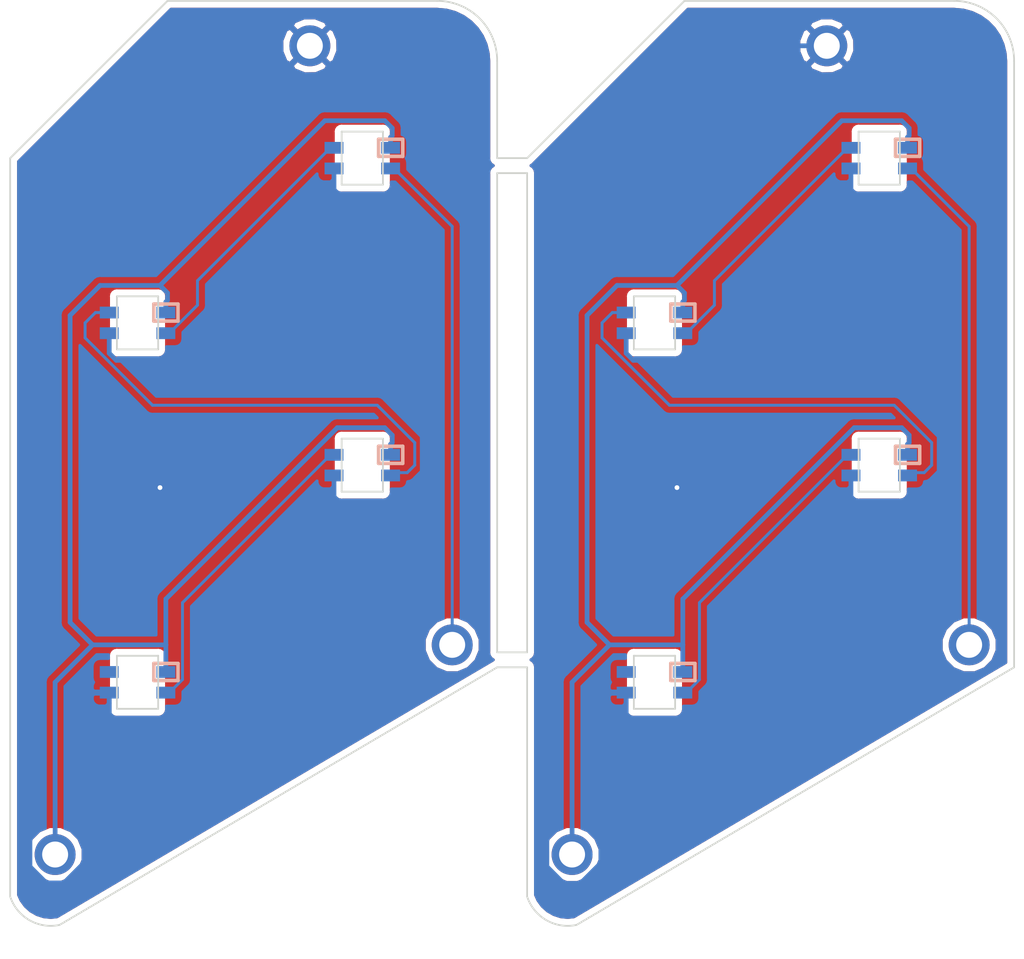
<source format=kicad_pcb>
(kicad_pcb (version 20171130) (host pcbnew 5.0.2-bee76a0~70~ubuntu18.04.1)

  (general
    (thickness 1.6)
    (drawings 24)
    (tracks 151)
    (zones 0)
    (modules 14)
    (nets 8)
  )

  (page A4)
  (layers
    (0 F.Cu signal)
    (31 B.Cu signal)
    (32 B.Adhes user)
    (33 F.Adhes user)
    (34 B.Paste user)
    (35 F.Paste user)
    (36 B.SilkS user)
    (37 F.SilkS user)
    (38 B.Mask user)
    (39 F.Mask user hide)
    (40 Dwgs.User user)
    (41 Cmts.User user)
    (42 Eco1.User user)
    (43 Eco2.User user)
    (44 Edge.Cuts user)
    (45 Margin user)
    (46 B.CrtYd user)
    (47 F.CrtYd user)
    (48 B.Fab user)
    (49 F.Fab user)
  )

  (setup
    (last_trace_width 0.25)
    (trace_clearance 0.2)
    (zone_clearance 0.508)
    (zone_45_only no)
    (trace_min 0.2)
    (segment_width 0.2)
    (edge_width 0.15)
    (via_size 0.8)
    (via_drill 0.4)
    (via_min_size 0.4)
    (via_min_drill 0.3)
    (uvia_size 0.3)
    (uvia_drill 0.1)
    (uvias_allowed no)
    (uvia_min_size 0.2)
    (uvia_min_drill 0.1)
    (pcb_text_width 0.3)
    (pcb_text_size 1.5 1.5)
    (mod_edge_width 0.15)
    (mod_text_size 1 1)
    (mod_text_width 0.15)
    (pad_size 3.47 3.47)
    (pad_drill 2.2)
    (pad_to_mask_clearance 0.051)
    (solder_mask_min_width 0.25)
    (aux_axis_origin 0 0)
    (grid_origin 135.255 20.955)
    (visible_elements FFFFF7FF)
    (pcbplotparams
      (layerselection 0x010fc_ffffffff)
      (usegerberextensions true)
      (usegerberattributes false)
      (usegerberadvancedattributes false)
      (creategerberjobfile false)
      (excludeedgelayer true)
      (linewidth 0.100000)
      (plotframeref false)
      (viasonmask false)
      (mode 1)
      (useauxorigin false)
      (hpglpennumber 1)
      (hpglpenspeed 20)
      (hpglpendiameter 15.000000)
      (psnegative false)
      (psa4output false)
      (plotreference true)
      (plotvalue true)
      (plotinvisibletext false)
      (padsonsilk false)
      (subtractmaskfromsilk false)
      (outputformat 1)
      (mirror false)
      (drillshape 0)
      (scaleselection 1)
      (outputdirectory "garber"))
  )

  (net 0 "")
  (net 1 VCC)
  (net 2 LED)
  (net 3 "Net-(L1-Pad1)")
  (net 4 GND)
  (net 5 "Net-(L2-Pad1)")
  (net 6 "Net-(L3-Pad1)")
  (net 7 "Net-(L4-Pad1)")

  (net_class Default "これはデフォルトのネット クラスです。"
    (clearance 0.2)
    (trace_width 0.25)
    (via_dia 0.8)
    (via_drill 0.4)
    (uvia_dia 0.3)
    (uvia_drill 0.1)
    (add_net LED)
    (add_net "Net-(L1-Pad1)")
    (add_net "Net-(L2-Pad1)")
    (add_net "Net-(L3-Pad1)")
    (add_net "Net-(L4-Pad1)")
  )

  (net_class POWER ""
    (clearance 0.2)
    (trace_width 0.4)
    (via_dia 0.8)
    (via_drill 0.4)
    (uvia_dia 0.3)
    (uvia_drill 0.1)
    (add_net GND)
    (add_net VCC)
  )

  (module keebio_parts:SolidCopper (layer F.Cu) (tedit 5D2E103C) (tstamp 5D35C4BA)
    (at 103.505 93.345)
    (descr "Mounting Hole 2.2mm, M2")
    (tags "mounting hole 2.2mm m2")
    (path /5CF4ED45)
    (fp_text reference J4 (at 0 -3.2) (layer F.SilkS) hide
      (effects (font (size 1 1) (thickness 0.15)))
    )
    (fp_text value Conn_01x01 (at 0 3.2) (layer F.Fab)
      (effects (font (size 1 1) (thickness 0.15)))
    )
    (fp_circle (center 0 0) (end 2.2 0) (layer Cmts.User) (width 0.15))
    (fp_circle (center 0 0) (end 2.45 0) (layer F.CrtYd) (width 0.05))
    (pad 1 thru_hole circle (at 0 0) (size 3.47 3.47) (drill 2.2) (layers *.Cu *.Mask)
      (net 1 VCC))
  )

  (module keebio_parts:SolidCopper (layer F.Cu) (tedit 5CF02416) (tstamp 5D35C4C0)
    (at 125.095 24.765)
    (descr "Mounting Hole 2.2mm, M2")
    (tags "mounting hole 2.2mm m2")
    (path /5CF48BCC)
    (fp_text reference J5 (at 0 -3.2) (layer F.SilkS) hide
      (effects (font (size 1 1) (thickness 0.15)))
    )
    (fp_text value Conn_01x01 (at 0 3.2) (layer F.Fab)
      (effects (font (size 1 1) (thickness 0.15)))
    )
    (fp_circle (center 0 0) (end 2.2 0) (layer Cmts.User) (width 0.15))
    (fp_circle (center 0 0) (end 2.45 0) (layer F.CrtYd) (width 0.05))
    (pad 1 thru_hole circle (at 0 0) (size 3.47 3.47) (drill 2.2) (layers *.Cu *.Mask)
      (net 4 GND))
  )

  (module keebio_parts:SolidCopper (layer F.Cu) (tedit 5D2E0FDC) (tstamp 5D35C4C8)
    (at 137.16 75.565)
    (descr "Mounting Hole 2.2mm, M2")
    (tags "mounting hole 2.2mm m2")
    (path /5CF2363A)
    (fp_text reference J3 (at 0 -3.2) (layer F.SilkS) hide
      (effects (font (size 1 1) (thickness 0.15)))
    )
    (fp_text value Conn_01x01 (at 0 3.2) (layer F.Fab)
      (effects (font (size 1 1) (thickness 0.15)))
    )
    (fp_circle (center 0 0) (end 2.45 0) (layer F.CrtYd) (width 0.05))
    (fp_circle (center 0 0) (end 2.2 0) (layer Cmts.User) (width 0.15))
    (pad 1 thru_hole circle (at 0 0) (size 3.47 3.47) (drill 2.2) (layers *.Cu *.Mask)
      (net 2 LED))
  )

  (module kbd:SK6812MINI (layer F.Cu) (tedit 5D010600) (tstamp 5D35C459)
    (at 110.49 78.74)
    (path /5CEE2FA8)
    (fp_text reference L4 (at 0 -2.5) (layer F.SilkS) hide
      (effects (font (size 1 1) (thickness 0.15)))
    )
    (fp_text value SK6812MINI (at -0.3 0) (layer F.Fab) hide
      (effects (font (size 1 1) (thickness 0.15)))
    )
    (fp_line (start -1.75 -2.25) (end -1.75 2.25) (layer Edge.Cuts) (width 0.15))
    (fp_line (start 1.75 -2.25) (end 1.75 2.25) (layer Edge.Cuts) (width 0.15))
    (fp_line (start -1.75 -2.25) (end 1.75 -2.25) (layer Edge.Cuts) (width 0.15))
    (fp_line (start 1.75 2.25) (end -1.75 2.25) (layer Edge.Cuts) (width 0.15))
    (fp_line (start 3.43 -1.6) (end 3.43 -0.15) (layer B.SilkS) (width 0.3))
    (fp_line (start 3.43 -0.15) (end 1.38 -0.15) (layer B.SilkS) (width 0.3))
    (fp_line (start 1.38 -0.15) (end 1.38 -1.6) (layer B.SilkS) (width 0.3))
    (fp_line (start 1.38 -1.6) (end 3.43 -1.6) (layer B.SilkS) (width 0.3))
    (pad 2 smd rect (at -2.4 0.875) (size 1.6 1) (layers B.Cu B.Paste B.Mask)
      (net 4 GND))
    (pad 1 smd rect (at -2.4 -0.875) (size 1.6 1) (layers B.Cu B.Paste B.Mask)
      (net 7 "Net-(L4-Pad1)"))
    (pad 4 smd rect (at 2.4 -0.875) (size 1.6 1) (layers B.Cu B.Paste B.Mask)
      (net 1 VCC))
    (pad 3 smd rect (at 2.4 0.875) (size 1.6 1) (layers B.Cu B.Paste B.Mask)
      (net 6 "Net-(L3-Pad1)"))
  )

  (module kbd:SK6812MINI (layer F.Cu) (tedit 5D010600) (tstamp 5CED89CF)
    (at 66.675 48.26)
    (path /5CEE27B9)
    (fp_text reference L2 (at 0 -2.5) (layer F.SilkS) hide
      (effects (font (size 1 1) (thickness 0.15)))
    )
    (fp_text value SK6812MINI (at -0.3 0) (layer F.Fab) hide
      (effects (font (size 1 1) (thickness 0.15)))
    )
    (fp_line (start 1.38 -1.6) (end 3.43 -1.6) (layer B.SilkS) (width 0.3))
    (fp_line (start 1.38 -0.15) (end 1.38 -1.6) (layer B.SilkS) (width 0.3))
    (fp_line (start 3.43 -0.15) (end 1.38 -0.15) (layer B.SilkS) (width 0.3))
    (fp_line (start 3.43 -1.6) (end 3.43 -0.15) (layer B.SilkS) (width 0.3))
    (fp_line (start 1.75 2.25) (end -1.75 2.25) (layer Edge.Cuts) (width 0.15))
    (fp_line (start -1.75 -2.25) (end 1.75 -2.25) (layer Edge.Cuts) (width 0.15))
    (fp_line (start 1.75 -2.25) (end 1.75 2.25) (layer Edge.Cuts) (width 0.15))
    (fp_line (start -1.75 -2.25) (end -1.75 2.25) (layer Edge.Cuts) (width 0.15))
    (pad 3 smd rect (at 2.4 0.875) (size 1.6 1) (layers B.Cu B.Paste B.Mask)
      (net 3 "Net-(L1-Pad1)"))
    (pad 4 smd rect (at 2.4 -0.875) (size 1.6 1) (layers B.Cu B.Paste B.Mask)
      (net 1 VCC))
    (pad 1 smd rect (at -2.4 -0.875) (size 1.6 1) (layers B.Cu B.Paste B.Mask)
      (net 5 "Net-(L2-Pad1)"))
    (pad 2 smd rect (at -2.4 0.875) (size 1.6 1) (layers B.Cu B.Paste B.Mask)
      (net 4 GND))
  )

  (module keebio_parts:SolidCopper (layer F.Cu) (tedit 5D2E103C) (tstamp 5CF23538)
    (at 59.69 93.345)
    (descr "Mounting Hole 2.2mm, M2")
    (tags "mounting hole 2.2mm m2")
    (path /5CF4ED45)
    (fp_text reference J4 (at 0 -3.2) (layer F.SilkS) hide
      (effects (font (size 1 1) (thickness 0.15)))
    )
    (fp_text value Conn_01x01 (at 0 3.2) (layer F.Fab)
      (effects (font (size 1 1) (thickness 0.15)))
    )
    (fp_circle (center 0 0) (end 2.45 0) (layer F.CrtYd) (width 0.05))
    (fp_circle (center 0 0) (end 2.2 0) (layer Cmts.User) (width 0.15))
    (pad 1 thru_hole circle (at 0 0) (size 3.47 3.47) (drill 2.2) (layers *.Cu *.Mask)
      (net 1 VCC))
  )

  (module keebio_parts:SolidCopper (layer F.Cu) (tedit 5CF02416) (tstamp 5CF2D47A)
    (at 81.28 24.765)
    (descr "Mounting Hole 2.2mm, M2")
    (tags "mounting hole 2.2mm m2")
    (path /5CF48BCC)
    (fp_text reference J5 (at 0 -3.2) (layer F.SilkS) hide
      (effects (font (size 1 1) (thickness 0.15)))
    )
    (fp_text value Conn_01x01 (at 0 3.2) (layer F.Fab)
      (effects (font (size 1 1) (thickness 0.15)))
    )
    (fp_circle (center 0 0) (end 2.45 0) (layer F.CrtYd) (width 0.05))
    (fp_circle (center 0 0) (end 2.2 0) (layer Cmts.User) (width 0.15))
    (pad 1 thru_hole circle (at 0 0) (size 3.47 3.47) (drill 2.2) (layers *.Cu *.Mask)
      (net 4 GND))
  )

  (module keebio_parts:SolidCopper (layer F.Cu) (tedit 5D2E0FDC) (tstamp 5CF34377)
    (at 93.345 75.565)
    (descr "Mounting Hole 2.2mm, M2")
    (tags "mounting hole 2.2mm m2")
    (path /5CF2363A)
    (fp_text reference J3 (at 0 -3.2) (layer F.SilkS) hide
      (effects (font (size 1 1) (thickness 0.15)))
    )
    (fp_text value Conn_01x01 (at 0 3.2) (layer F.Fab)
      (effects (font (size 1 1) (thickness 0.15)))
    )
    (fp_circle (center 0 0) (end 2.2 0) (layer Cmts.User) (width 0.15))
    (fp_circle (center 0 0) (end 2.45 0) (layer F.CrtYd) (width 0.05))
    (pad 1 thru_hole circle (at 0 0) (size 3.47 3.47) (drill 2.2) (layers *.Cu *.Mask)
      (net 2 LED))
  )

  (module kbd:SK6812MINI (layer F.Cu) (tedit 5D010600) (tstamp 5CED89E7)
    (at 85.725 60.325)
    (path /5CEE2FA1)
    (fp_text reference L3 (at 0 -2.5) (layer F.SilkS) hide
      (effects (font (size 1 1) (thickness 0.15)))
    )
    (fp_text value SK6812MINI (at -0.3 0) (layer F.Fab) hide
      (effects (font (size 1 1) (thickness 0.15)))
    )
    (fp_line (start 1.38 -1.6) (end 3.43 -1.6) (layer B.SilkS) (width 0.3))
    (fp_line (start 1.38 -0.15) (end 1.38 -1.6) (layer B.SilkS) (width 0.3))
    (fp_line (start 3.43 -0.15) (end 1.38 -0.15) (layer B.SilkS) (width 0.3))
    (fp_line (start 3.43 -1.6) (end 3.43 -0.15) (layer B.SilkS) (width 0.3))
    (fp_line (start 1.75 2.25) (end -1.75 2.25) (layer Edge.Cuts) (width 0.15))
    (fp_line (start -1.75 -2.25) (end 1.75 -2.25) (layer Edge.Cuts) (width 0.15))
    (fp_line (start 1.75 -2.25) (end 1.75 2.25) (layer Edge.Cuts) (width 0.15))
    (fp_line (start -1.75 -2.25) (end -1.75 2.25) (layer Edge.Cuts) (width 0.15))
    (pad 3 smd rect (at 2.4 0.875) (size 1.6 1) (layers B.Cu B.Paste B.Mask)
      (net 5 "Net-(L2-Pad1)"))
    (pad 4 smd rect (at 2.4 -0.875) (size 1.6 1) (layers B.Cu B.Paste B.Mask)
      (net 1 VCC))
    (pad 1 smd rect (at -2.4 -0.875) (size 1.6 1) (layers B.Cu B.Paste B.Mask)
      (net 6 "Net-(L3-Pad1)"))
    (pad 2 smd rect (at -2.4 0.875) (size 1.6 1) (layers B.Cu B.Paste B.Mask)
      (net 4 GND))
  )

  (module kbd:SK6812MINI (layer F.Cu) (tedit 5D010600) (tstamp 5D35C506)
    (at 129.54 34.29)
    (path /5CEE264F)
    (fp_text reference L1 (at 0 -2.5) (layer F.SilkS) hide
      (effects (font (size 1 1) (thickness 0.15)))
    )
    (fp_text value SK6812MINI (at -0.3 0) (layer F.Fab) hide
      (effects (font (size 1 1) (thickness 0.15)))
    )
    (fp_line (start -1.75 -2.25) (end -1.75 2.25) (layer Edge.Cuts) (width 0.15))
    (fp_line (start 1.75 -2.25) (end 1.75 2.25) (layer Edge.Cuts) (width 0.15))
    (fp_line (start -1.75 -2.25) (end 1.75 -2.25) (layer Edge.Cuts) (width 0.15))
    (fp_line (start 1.75 2.25) (end -1.75 2.25) (layer Edge.Cuts) (width 0.15))
    (fp_line (start 3.43 -1.6) (end 3.43 -0.15) (layer B.SilkS) (width 0.3))
    (fp_line (start 3.43 -0.15) (end 1.38 -0.15) (layer B.SilkS) (width 0.3))
    (fp_line (start 1.38 -0.15) (end 1.38 -1.6) (layer B.SilkS) (width 0.3))
    (fp_line (start 1.38 -1.6) (end 3.43 -1.6) (layer B.SilkS) (width 0.3))
    (pad 2 smd rect (at -2.4 0.875) (size 1.6 1) (layers B.Cu B.Paste B.Mask)
      (net 4 GND))
    (pad 1 smd rect (at -2.4 -0.875) (size 1.6 1) (layers B.Cu B.Paste B.Mask)
      (net 3 "Net-(L1-Pad1)"))
    (pad 4 smd rect (at 2.4 -0.875) (size 1.6 1) (layers B.Cu B.Paste B.Mask)
      (net 1 VCC))
    (pad 3 smd rect (at 2.4 0.875) (size 1.6 1) (layers B.Cu B.Paste B.Mask)
      (net 2 LED))
  )

  (module kbd:SK6812MINI (layer F.Cu) (tedit 5D010600) (tstamp 5CED89B7)
    (at 85.725 34.29)
    (path /5CEE264F)
    (fp_text reference L1 (at 0 -2.5) (layer F.SilkS) hide
      (effects (font (size 1 1) (thickness 0.15)))
    )
    (fp_text value SK6812MINI (at -0.3 0) (layer F.Fab) hide
      (effects (font (size 1 1) (thickness 0.15)))
    )
    (fp_line (start 1.38 -1.6) (end 3.43 -1.6) (layer B.SilkS) (width 0.3))
    (fp_line (start 1.38 -0.15) (end 1.38 -1.6) (layer B.SilkS) (width 0.3))
    (fp_line (start 3.43 -0.15) (end 1.38 -0.15) (layer B.SilkS) (width 0.3))
    (fp_line (start 3.43 -1.6) (end 3.43 -0.15) (layer B.SilkS) (width 0.3))
    (fp_line (start 1.75 2.25) (end -1.75 2.25) (layer Edge.Cuts) (width 0.15))
    (fp_line (start -1.75 -2.25) (end 1.75 -2.25) (layer Edge.Cuts) (width 0.15))
    (fp_line (start 1.75 -2.25) (end 1.75 2.25) (layer Edge.Cuts) (width 0.15))
    (fp_line (start -1.75 -2.25) (end -1.75 2.25) (layer Edge.Cuts) (width 0.15))
    (pad 3 smd rect (at 2.4 0.875) (size 1.6 1) (layers B.Cu B.Paste B.Mask)
      (net 2 LED))
    (pad 4 smd rect (at 2.4 -0.875) (size 1.6 1) (layers B.Cu B.Paste B.Mask)
      (net 1 VCC))
    (pad 1 smd rect (at -2.4 -0.875) (size 1.6 1) (layers B.Cu B.Paste B.Mask)
      (net 3 "Net-(L1-Pad1)"))
    (pad 2 smd rect (at -2.4 0.875) (size 1.6 1) (layers B.Cu B.Paste B.Mask)
      (net 4 GND))
  )

  (module kbd:SK6812MINI (layer F.Cu) (tedit 5D010600) (tstamp 5D35C410)
    (at 129.54 60.325)
    (path /5CEE2FA1)
    (fp_text reference L3 (at 0 -2.5) (layer F.SilkS) hide
      (effects (font (size 1 1) (thickness 0.15)))
    )
    (fp_text value SK6812MINI (at -0.3 0) (layer F.Fab) hide
      (effects (font (size 1 1) (thickness 0.15)))
    )
    (fp_line (start -1.75 -2.25) (end -1.75 2.25) (layer Edge.Cuts) (width 0.15))
    (fp_line (start 1.75 -2.25) (end 1.75 2.25) (layer Edge.Cuts) (width 0.15))
    (fp_line (start -1.75 -2.25) (end 1.75 -2.25) (layer Edge.Cuts) (width 0.15))
    (fp_line (start 1.75 2.25) (end -1.75 2.25) (layer Edge.Cuts) (width 0.15))
    (fp_line (start 3.43 -1.6) (end 3.43 -0.15) (layer B.SilkS) (width 0.3))
    (fp_line (start 3.43 -0.15) (end 1.38 -0.15) (layer B.SilkS) (width 0.3))
    (fp_line (start 1.38 -0.15) (end 1.38 -1.6) (layer B.SilkS) (width 0.3))
    (fp_line (start 1.38 -1.6) (end 3.43 -1.6) (layer B.SilkS) (width 0.3))
    (pad 2 smd rect (at -2.4 0.875) (size 1.6 1) (layers B.Cu B.Paste B.Mask)
      (net 4 GND))
    (pad 1 smd rect (at -2.4 -0.875) (size 1.6 1) (layers B.Cu B.Paste B.Mask)
      (net 6 "Net-(L3-Pad1)"))
    (pad 4 smd rect (at 2.4 -0.875) (size 1.6 1) (layers B.Cu B.Paste B.Mask)
      (net 1 VCC))
    (pad 3 smd rect (at 2.4 0.875) (size 1.6 1) (layers B.Cu B.Paste B.Mask)
      (net 5 "Net-(L2-Pad1)"))
  )

  (module kbd:SK6812MINI (layer F.Cu) (tedit 5D010600) (tstamp 5CED89FF)
    (at 66.675 78.74)
    (path /5CEE2FA8)
    (fp_text reference L4 (at 0 -2.5) (layer F.SilkS) hide
      (effects (font (size 1 1) (thickness 0.15)))
    )
    (fp_text value SK6812MINI (at -0.3 0) (layer F.Fab) hide
      (effects (font (size 1 1) (thickness 0.15)))
    )
    (fp_line (start 1.38 -1.6) (end 3.43 -1.6) (layer B.SilkS) (width 0.3))
    (fp_line (start 1.38 -0.15) (end 1.38 -1.6) (layer B.SilkS) (width 0.3))
    (fp_line (start 3.43 -0.15) (end 1.38 -0.15) (layer B.SilkS) (width 0.3))
    (fp_line (start 3.43 -1.6) (end 3.43 -0.15) (layer B.SilkS) (width 0.3))
    (fp_line (start 1.75 2.25) (end -1.75 2.25) (layer Edge.Cuts) (width 0.15))
    (fp_line (start -1.75 -2.25) (end 1.75 -2.25) (layer Edge.Cuts) (width 0.15))
    (fp_line (start 1.75 -2.25) (end 1.75 2.25) (layer Edge.Cuts) (width 0.15))
    (fp_line (start -1.75 -2.25) (end -1.75 2.25) (layer Edge.Cuts) (width 0.15))
    (pad 3 smd rect (at 2.4 0.875) (size 1.6 1) (layers B.Cu B.Paste B.Mask)
      (net 6 "Net-(L3-Pad1)"))
    (pad 4 smd rect (at 2.4 -0.875) (size 1.6 1) (layers B.Cu B.Paste B.Mask)
      (net 1 VCC))
    (pad 1 smd rect (at -2.4 -0.875) (size 1.6 1) (layers B.Cu B.Paste B.Mask)
      (net 7 "Net-(L4-Pad1)"))
    (pad 2 smd rect (at -2.4 0.875) (size 1.6 1) (layers B.Cu B.Paste B.Mask)
      (net 4 GND))
  )

  (module kbd:SK6812MINI (layer F.Cu) (tedit 5D010600) (tstamp 5D35C41F)
    (at 110.49 48.26)
    (path /5CEE27B9)
    (fp_text reference L2 (at 0 -2.5) (layer F.SilkS) hide
      (effects (font (size 1 1) (thickness 0.15)))
    )
    (fp_text value SK6812MINI (at -0.3 0) (layer F.Fab) hide
      (effects (font (size 1 1) (thickness 0.15)))
    )
    (fp_line (start -1.75 -2.25) (end -1.75 2.25) (layer Edge.Cuts) (width 0.15))
    (fp_line (start 1.75 -2.25) (end 1.75 2.25) (layer Edge.Cuts) (width 0.15))
    (fp_line (start -1.75 -2.25) (end 1.75 -2.25) (layer Edge.Cuts) (width 0.15))
    (fp_line (start 1.75 2.25) (end -1.75 2.25) (layer Edge.Cuts) (width 0.15))
    (fp_line (start 3.43 -1.6) (end 3.43 -0.15) (layer B.SilkS) (width 0.3))
    (fp_line (start 3.43 -0.15) (end 1.38 -0.15) (layer B.SilkS) (width 0.3))
    (fp_line (start 1.38 -0.15) (end 1.38 -1.6) (layer B.SilkS) (width 0.3))
    (fp_line (start 1.38 -1.6) (end 3.43 -1.6) (layer B.SilkS) (width 0.3))
    (pad 2 smd rect (at -2.4 0.875) (size 1.6 1) (layers B.Cu B.Paste B.Mask)
      (net 4 GND))
    (pad 1 smd rect (at -2.4 -0.875) (size 1.6 1) (layers B.Cu B.Paste B.Mask)
      (net 5 "Net-(L2-Pad1)"))
    (pad 4 smd rect (at 2.4 -0.875) (size 1.6 1) (layers B.Cu B.Paste B.Mask)
      (net 1 VCC))
    (pad 3 smd rect (at 2.4 0.875) (size 1.6 1) (layers B.Cu B.Paste B.Mask)
      (net 3 "Net-(L1-Pad1)"))
  )

  (gr_line (start 97.155 76.2) (end 99.695 76.2) (layer Edge.Cuts) (width 0.15))
  (gr_line (start 97.155 35.56) (end 99.695 35.56) (layer Edge.Cuts) (width 0.15))
  (gr_line (start 99.695 77.47) (end 97.155 77.47) (layer Edge.Cuts) (width 0.15))
  (gr_line (start 97.155 34.29) (end 99.695 34.29) (layer Edge.Cuts) (width 0.15))
  (gr_line (start 97.155 35.56) (end 97.155 76.2) (layer Edge.Cuts) (width 0.15) (tstamp 5D35ECD0))
  (gr_line (start 99.695 76.2) (end 99.695 35.56) (layer Edge.Cuts) (width 0.15) (tstamp 5D35ECC4))
  (gr_line (start 99.695 34.29) (end 113.03 20.955) (layer Edge.Cuts) (width 0.15) (tstamp 5D35C4CF))
  (gr_line (start 113.03 20.955) (end 135.89 20.955) (layer Edge.Cuts) (width 0.15) (tstamp 5D35C4CE))
  (gr_line (start 140.97 26.035) (end 140.97 77.47) (layer Edge.Cuts) (width 0.15) (tstamp 5D35C4B8))
  (gr_arc (start 135.89 26.035) (end 140.97 26.035) (angle -90) (layer Edge.Cuts) (width 0.15) (tstamp 5D35C4A7))
  (gr_line (start 140.97 77.47) (end 103.886 99.314) (layer Edge.Cuts) (width 0.15) (tstamp 5D35C49B))
  (gr_arc (start 103.128661 95.779749) (end 99.699661 96.922749) (angle -83.65980825) (layer Edge.Cuts) (width 0.15) (tstamp 5D35C454))
  (gr_line (start 99.695 96.901) (end 99.695 77.47) (layer Edge.Cuts) (width 0.15) (tstamp 5D35C404))
  (gr_arc (start 92.075 26.035) (end 97.155 26.035) (angle -90) (layer Edge.Cuts) (width 0.15))
  (gr_arc (start 59.313661 95.779749) (end 55.884661 96.922749) (angle -83.65980825) (layer Edge.Cuts) (width 0.15))
  (gr_line (start 97.155 77.47) (end 60.071 99.314) (layer Edge.Cuts) (width 0.15) (tstamp 5D2E91DF))
  (gr_line (start 97.155 26.035) (end 97.155 34.29) (layer Edge.Cuts) (width 0.15) (tstamp 5D2E1596))
  (gr_line (start 55.88 96.901) (end 55.88 34.29) (layer Edge.Cuts) (width 0.15))
  (gr_line (start 69.215 20.955) (end 92.075 20.955) (layer Edge.Cuts) (width 0.15))
  (gr_line (start 55.88 34.29) (end 69.215 20.955) (layer Edge.Cuts) (width 0.15))
  (gr_poly (pts (xy 97.155 20.955) (xy 97.155 77.47) (xy 55.88 102.235) (xy 55.88 34.29) (xy 69.215 20.955)) (layer F.Mask) (width 0.15))
  (gr_poly (pts (xy 99.695 102.235) (xy 140.97 77.47) (xy 140.97 20.955) (xy 113.03 20.955) (xy 99.695 34.29)) (layer F.Mask) (width 0.15))
  (gr_poly (pts (xy 99.695 105.41) (xy 99.695 161.925) (xy 140.97 186.69) (xy 140.97 118.745) (xy 127.635 105.41)) (layer F.Mask) (width 0.15))
  (gr_poly (pts (xy 55.88 105.41) (xy 55.88 161.925) (xy 97.155 186.69) (xy 97.155 118.745) (xy 83.82 105.41)) (layer F.Mask) (width 0.15))

  (segment (start 103.505 93.345) (end 103.505 78.74) (width 0.4) (layer B.Cu) (net 1) (tstamp 5D35C46B))
  (segment (start 112.395 45.085) (end 107.315 45.085) (width 0.4) (layer B.Cu) (net 1) (tstamp 5D35C468))
  (segment (start 104.775 73.66) (end 106.68 75.565) (width 0.4) (layer B.Cu) (net 1) (tstamp 5D35C458))
  (segment (start 132.08 31.75) (end 131.445 31.115) (width 0.4) (layer B.Cu) (net 1) (tstamp 5D35C455))
  (segment (start 131.445 31.115) (end 126.365 31.115) (width 0.4) (layer B.Cu) (net 1) (tstamp 5D35C451))
  (segment (start 112.89 47.385) (end 112.89 46.485) (width 0.4) (layer B.Cu) (net 1) (tstamp 5D35C4F3))
  (segment (start 131.94 33.415) (end 131.94 32.515) (width 0.4) (layer B.Cu) (net 1) (tstamp 5D35C4B7))
  (segment (start 131.94 58.55) (end 132.08 58.41) (width 0.4) (layer B.Cu) (net 1) (tstamp 5D35C4B5))
  (segment (start 112.89 76.965) (end 112.89 77.865) (width 0.4) (layer B.Cu) (net 1) (tstamp 5D35C4B2))
  (segment (start 113.03 46.345) (end 113.03 45.72) (width 0.4) (layer B.Cu) (net 1) (tstamp 5D35C44F))
  (segment (start 112.89 71.679998) (end 112.89 75.565) (width 0.4) (layer B.Cu) (net 1) (tstamp 5D35C44E))
  (segment (start 132.08 58.41) (end 132.08 57.785) (width 0.4) (layer B.Cu) (net 1) (tstamp 5D35C449))
  (segment (start 126.365 31.115) (end 112.395 45.085) (width 0.4) (layer B.Cu) (net 1) (tstamp 5D35C448))
  (segment (start 127.635 57.15) (end 127.419998 57.15) (width 0.4) (layer B.Cu) (net 1) (tstamp 5D35C440))
  (segment (start 131.94 32.515) (end 132.08 32.375) (width 0.4) (layer B.Cu) (net 1) (tstamp 5D35C43F))
  (segment (start 132.08 57.785) (end 131.445 57.15) (width 0.4) (layer B.Cu) (net 1) (tstamp 5D35C439))
  (segment (start 127.419998 57.15) (end 112.89 71.679998) (width 0.4) (layer B.Cu) (net 1) (tstamp 5D35C40A))
  (segment (start 113.03 45.72) (end 112.395 45.085) (width 0.4) (layer B.Cu) (net 1) (tstamp 5D35C406))
  (segment (start 104.775 47.625) (end 104.775 73.66) (width 0.4) (layer B.Cu) (net 1) (tstamp 5D35C403))
  (segment (start 103.505 78.74) (end 106.68 75.565) (width 0.4) (layer B.Cu) (net 1) (tstamp 5D35C4A6))
  (segment (start 131.445 57.15) (end 127.635 57.15) (width 0.4) (layer B.Cu) (net 1) (tstamp 5D35C4A5))
  (segment (start 131.94 59.45) (end 131.94 58.55) (width 0.4) (layer B.Cu) (net 1) (tstamp 5D35C4A2))
  (segment (start 112.89 46.485) (end 113.03 46.345) (width 0.4) (layer B.Cu) (net 1) (tstamp 5D35C4A1))
  (segment (start 69.075 47.385) (end 69.075 46.485) (width 0.4) (layer B.Cu) (net 1))
  (segment (start 69.075 46.485) (end 69.215 46.345) (width 0.4) (layer B.Cu) (net 1))
  (segment (start 60.96 47.625) (end 60.96 73.66) (width 0.4) (layer B.Cu) (net 1))
  (segment (start 60.96 73.66) (end 62.865 75.565) (width 0.4) (layer B.Cu) (net 1))
  (segment (start 69.075 75.565) (end 69.075 76.965) (width 0.4) (layer B.Cu) (net 1))
  (segment (start 69.075 71.679998) (end 69.075 75.565) (width 0.4) (layer B.Cu) (net 1))
  (segment (start 62.865 75.565) (end 69.075 75.565) (width 0.4) (layer B.Cu) (net 1))
  (segment (start 59.69 78.74) (end 62.865 75.565) (width 0.4) (layer B.Cu) (net 1))
  (segment (start 88.265 32.375) (end 88.265 31.75) (width 0.4) (layer B.Cu) (net 1))
  (segment (start 82.55 31.115) (end 68.58 45.085) (width 0.4) (layer B.Cu) (net 1))
  (segment (start 88.265 31.75) (end 87.63 31.115) (width 0.4) (layer B.Cu) (net 1))
  (segment (start 87.63 31.115) (end 82.55 31.115) (width 0.4) (layer B.Cu) (net 1))
  (segment (start 68.58 45.085) (end 63.5 45.085) (width 0.4) (layer B.Cu) (net 1))
  (segment (start 63.5 45.085) (end 60.96 47.625) (width 0.4) (layer B.Cu) (net 1))
  (segment (start 69.215 45.72) (end 68.58 45.085) (width 0.4) (layer B.Cu) (net 1))
  (segment (start 69.215 46.345) (end 69.215 45.72) (width 0.4) (layer B.Cu) (net 1))
  (segment (start 88.265 57.785) (end 87.63 57.15) (width 0.4) (layer B.Cu) (net 1))
  (segment (start 88.265 58.41) (end 88.265 57.785) (width 0.4) (layer B.Cu) (net 1))
  (segment (start 88.125 59.45) (end 88.125 58.55) (width 0.4) (layer B.Cu) (net 1))
  (segment (start 132.08 32.375) (end 132.08 31.75) (width 0.4) (layer B.Cu) (net 1) (tstamp 5D35C527))
  (segment (start 112.89 75.565) (end 112.89 76.965) (width 0.4) (layer B.Cu) (net 1) (tstamp 5D35C515))
  (segment (start 107.315 45.085) (end 104.775 47.625) (width 0.4) (layer B.Cu) (net 1) (tstamp 5D35C503))
  (segment (start 106.68 75.565) (end 112.89 75.565) (width 0.4) (layer B.Cu) (net 1) (tstamp 5D35C4F5))
  (segment (start 88.125 32.515) (end 88.265 32.375) (width 0.4) (layer B.Cu) (net 1))
  (segment (start 88.125 33.415) (end 88.125 32.515) (width 0.4) (layer B.Cu) (net 1))
  (segment (start 87.63 57.15) (end 83.82 57.15) (width 0.4) (layer B.Cu) (net 1))
  (segment (start 59.69 93.345) (end 59.69 78.74) (width 0.4) (layer B.Cu) (net 1))
  (segment (start 88.125 58.55) (end 88.265 58.41) (width 0.4) (layer B.Cu) (net 1))
  (segment (start 83.82 57.15) (end 83.604998 57.15) (width 0.4) (layer B.Cu) (net 1))
  (segment (start 83.604998 57.15) (end 69.075 71.679998) (width 0.4) (layer B.Cu) (net 1))
  (segment (start 69.075 76.965) (end 69.075 77.865) (width 0.4) (layer B.Cu) (net 1))
  (segment (start 93.345 40.085) (end 88.425 35.165) (width 0.25) (layer B.Cu) (net 2))
  (segment (start 88.425 35.165) (end 88.125 35.165) (width 0.25) (layer B.Cu) (net 2))
  (segment (start 137.16 75.565) (end 137.16 40.085) (width 0.25) (layer B.Cu) (net 2) (tstamp 5D35C447))
  (segment (start 132.24 35.165) (end 131.94 35.165) (width 0.25) (layer B.Cu) (net 2) (tstamp 5D35C43C))
  (segment (start 137.16 40.085) (end 132.24 35.165) (width 0.25) (layer B.Cu) (net 2) (tstamp 5D35C409))
  (segment (start 93.345 75.565) (end 93.345 40.085) (width 0.25) (layer B.Cu) (net 2))
  (segment (start 126.84 33.415) (end 115.57 44.685) (width 0.25) (layer B.Cu) (net 3) (tstamp 5D35C469))
  (segment (start 71.755 44.685) (end 71.755 46.755) (width 0.25) (layer B.Cu) (net 3))
  (segment (start 71.755 46.755) (end 69.375 49.135) (width 0.25) (layer B.Cu) (net 3))
  (segment (start 69.375 49.135) (end 69.075 49.135) (width 0.25) (layer B.Cu) (net 3))
  (segment (start 83.325 33.415) (end 83.025 33.415) (width 0.25) (layer B.Cu) (net 3))
  (segment (start 83.025 33.415) (end 71.755 44.685) (width 0.25) (layer B.Cu) (net 3))
  (segment (start 115.57 44.685) (end 115.57 46.755) (width 0.25) (layer B.Cu) (net 3) (tstamp 5D35C4F4))
  (segment (start 113.19 49.135) (end 112.89 49.135) (width 0.25) (layer B.Cu) (net 3) (tstamp 5D35C4B9))
  (segment (start 127.14 33.415) (end 126.84 33.415) (width 0.25) (layer B.Cu) (net 3) (tstamp 5D35C4B3))
  (segment (start 115.57 46.755) (end 113.19 49.135) (width 0.25) (layer B.Cu) (net 3) (tstamp 5D35C486))
  (segment (start 127.635 37.465) (end 134.62 44.45) (width 0.4) (layer B.Cu) (net 4) (tstamp 5D35C4E6))
  (segment (start 108.692476 51.435) (end 113.665 51.435) (width 0.4) (layer B.Cu) (net 4) (tstamp 5D35C4E3))
  (segment (start 132.08 63.5) (end 127.635 63.5) (width 0.4) (layer B.Cu) (net 4) (tstamp 5D35C4D1))
  (segment (start 108.585 81.915) (end 108.09 81.42) (width 0.4) (layer B.Cu) (net 4) (tstamp 5D35C49E))
  (segment (start 134.62 60.96) (end 132.08 63.5) (width 0.4) (layer B.Cu) (net 4) (tstamp 5D35C489))
  (segment (start 113.665 81.915) (end 108.585 81.915) (width 0.4) (layer B.Cu) (net 4) (tstamp 5D35C482))
  (segment (start 134.62 44.45) (end 134.62 60.96) (width 0.4) (layer B.Cu) (net 4) (tstamp 5D35C4AB))
  (segment (start 127.635 63.5) (end 127.14 63.005) (width 0.4) (layer B.Cu) (net 4) (tstamp 5D35C4AA))
  (segment (start 83.82 37.465) (end 90.805 44.45) (width 0.4) (layer B.Cu) (net 4))
  (segment (start 64.275 50.832524) (end 64.877476 51.435) (width 0.4) (layer B.Cu) (net 4))
  (segment (start 83.325 36.97) (end 83.82 37.465) (width 0.4) (layer B.Cu) (net 4))
  (segment (start 64.275 49.135) (end 64.275 50.832524) (width 0.4) (layer B.Cu) (net 4))
  (segment (start 64.877476 51.435) (end 69.85 51.435) (width 0.4) (layer B.Cu) (net 4))
  (segment (start 69.85 51.435) (end 83.82 37.465) (width 0.4) (layer B.Cu) (net 4))
  (segment (start 108.09 81.42) (end 108.09 79.615) (width 0.4) (layer B.Cu) (net 4) (tstamp 5D35C44D))
  (segment (start 132.08 63.5) (end 113.665 81.915) (width 0.4) (layer B.Cu) (net 4) (tstamp 5D35C44A))
  (via (at 68.58 62.23) (size 0.8) (drill 0.4) (layers F.Cu B.Cu) (net 4))
  (segment (start 83.325 63.005) (end 83.325 61.2) (width 0.4) (layer B.Cu) (net 4))
  (segment (start 90.805 60.96) (end 88.265 63.5) (width 0.4) (layer B.Cu) (net 4))
  (segment (start 88.265 63.5) (end 83.82 63.5) (width 0.4) (layer B.Cu) (net 4))
  (segment (start 127.14 63.005) (end 127.14 61.2) (width 0.4) (layer B.Cu) (net 4) (tstamp 5D35C40B))
  (via (at 112.395 62.23) (size 0.8) (drill 0.4) (layers F.Cu B.Cu) (net 4) (tstamp 5D35C408))
  (segment (start 113.665 51.435) (end 127.635 37.465) (width 0.4) (layer B.Cu) (net 4) (tstamp 5D35C400))
  (segment (start 108.09 49.135) (end 108.09 50.832524) (width 0.4) (layer B.Cu) (net 4) (tstamp 5D35C4FC))
  (segment (start 108.09 50.832524) (end 108.692476 51.435) (width 0.4) (layer B.Cu) (net 4) (tstamp 5D35C4F9))
  (segment (start 90.805 44.45) (end 90.805 60.96) (width 0.4) (layer B.Cu) (net 4))
  (segment (start 83.325 35.165) (end 83.325 36.97) (width 0.4) (layer B.Cu) (net 4))
  (segment (start 69.85 81.915) (end 64.77 81.915) (width 0.4) (layer B.Cu) (net 4))
  (segment (start 88.265 63.5) (end 69.85 81.915) (width 0.4) (layer B.Cu) (net 4))
  (segment (start 64.275 81.42) (end 64.275 79.615) (width 0.4) (layer B.Cu) (net 4))
  (segment (start 64.77 81.915) (end 64.275 81.42) (width 0.4) (layer B.Cu) (net 4))
  (segment (start 83.82 63.5) (end 83.325 63.005) (width 0.4) (layer B.Cu) (net 4))
  (segment (start 81.28 24.765) (end 57.554999 48.490001) (width 0.4) (layer B.Cu) (net 4))
  (segment (start 57.554999 94.369801) (end 58.943198 95.758) (width 0.4) (layer B.Cu) (net 4))
  (segment (start 57.554999 48.490001) (end 57.554999 94.369801) (width 0.4) (layer B.Cu) (net 4))
  (segment (start 64.275 80.515) (end 64.275 79.615) (width 0.4) (layer B.Cu) (net 4))
  (segment (start 60.436802 95.758) (end 64.275 91.919802) (width 0.4) (layer B.Cu) (net 4))
  (segment (start 64.275 91.919802) (end 64.275 80.515) (width 0.4) (layer B.Cu) (net 4))
  (segment (start 58.943198 95.758) (end 60.436802 95.758) (width 0.4) (layer B.Cu) (net 4))
  (segment (start 127.14 36.97) (end 127.14 35.165) (width 0.4) (layer B.Cu) (net 4))
  (segment (start 127.635 37.465) (end 127.14 36.97) (width 0.4) (layer B.Cu) (net 4))
  (segment (start 101.368765 94.368567) (end 102.885198 95.885) (width 0.4) (layer B.Cu) (net 4))
  (segment (start 101.368765 46.037576) (end 101.368765 94.368567) (width 0.4) (layer B.Cu) (net 4))
  (segment (start 125.095 24.765) (end 122.64134 24.765) (width 0.4) (layer B.Cu) (net 4))
  (segment (start 122.64134 24.765) (end 101.368765 46.037576) (width 0.4) (layer B.Cu) (net 4))
  (segment (start 108.09 80.515) (end 108.09 79.615) (width 0.4) (layer B.Cu) (net 4))
  (segment (start 108.09 91.919802) (end 108.09 80.515) (width 0.4) (layer B.Cu) (net 4))
  (segment (start 104.124802 95.885) (end 108.09 91.919802) (width 0.4) (layer B.Cu) (net 4))
  (segment (start 102.885198 95.885) (end 104.124802 95.885) (width 0.4) (layer B.Cu) (net 4))
  (segment (start 132.48 60.96) (end 133.35 60.96) (width 0.25) (layer B.Cu) (net 5) (tstamp 5D35C49F))
  (segment (start 132.24 61.2) (end 132.48 60.96) (width 0.25) (layer B.Cu) (net 5) (tstamp 5D35C456))
  (segment (start 130.81 55.245) (end 111.76 55.245) (width 0.25) (layer B.Cu) (net 5) (tstamp 5D35C452))
  (segment (start 133.985 60.325) (end 133.985 58.42) (width 0.25) (layer B.Cu) (net 5) (tstamp 5D35C44B))
  (segment (start 106.045 49.53) (end 106.045 48.26) (width 0.25) (layer B.Cu) (net 5) (tstamp 5D35C437))
  (segment (start 106.045 48.26) (end 106.92 47.385) (width 0.25) (layer B.Cu) (net 5) (tstamp 5D35C516))
  (segment (start 131.94 61.2) (end 132.24 61.2) (width 0.25) (layer B.Cu) (net 5) (tstamp 5D35C4F2))
  (segment (start 133.35 60.96) (end 133.985 60.325) (width 0.25) (layer B.Cu) (net 5) (tstamp 5D35C4E9))
  (segment (start 111.76 55.245) (end 106.045 49.53) (width 0.25) (layer B.Cu) (net 5) (tstamp 5D35C4C7))
  (segment (start 106.92 47.385) (end 108.09 47.385) (width 0.25) (layer B.Cu) (net 5) (tstamp 5D35C4C6))
  (segment (start 133.985 58.42) (end 130.81 55.245) (width 0.25) (layer B.Cu) (net 5) (tstamp 5D35C4B4))
  (segment (start 90.17 58.42) (end 86.995 55.245) (width 0.25) (layer B.Cu) (net 5))
  (segment (start 88.665 60.96) (end 89.535 60.96) (width 0.25) (layer B.Cu) (net 5))
  (segment (start 88.425 61.2) (end 88.665 60.96) (width 0.25) (layer B.Cu) (net 5))
  (segment (start 90.17 60.325) (end 90.17 58.42) (width 0.25) (layer B.Cu) (net 5))
  (segment (start 89.535 60.96) (end 90.17 60.325) (width 0.25) (layer B.Cu) (net 5))
  (segment (start 88.125 61.2) (end 88.425 61.2) (width 0.25) (layer B.Cu) (net 5))
  (segment (start 86.995 55.245) (end 67.945 55.245) (width 0.25) (layer B.Cu) (net 5))
  (segment (start 67.945 55.245) (end 62.23 49.53) (width 0.25) (layer B.Cu) (net 5))
  (segment (start 62.23 49.53) (end 62.23 48.26) (width 0.25) (layer B.Cu) (net 5))
  (segment (start 62.23 48.26) (end 63.105 47.385) (width 0.25) (layer B.Cu) (net 5))
  (segment (start 63.105 47.385) (end 64.275 47.385) (width 0.25) (layer B.Cu) (net 5))
  (segment (start 112.89 79.615) (end 113.19 79.615) (width 0.25) (layer B.Cu) (net 6) (tstamp 5D35C49C))
  (segment (start 126.84 59.45) (end 127.14 59.45) (width 0.25) (layer B.Cu) (net 6) (tstamp 5D35C499))
  (segment (start 113.19 79.615) (end 114.3 78.505) (width 0.25) (layer B.Cu) (net 6) (tstamp 5D35C457))
  (segment (start 114.3 71.99) (end 126.84 59.45) (width 0.25) (layer B.Cu) (net 6) (tstamp 5D35C450))
  (segment (start 114.3 78.505) (end 114.3 71.99) (width 0.25) (layer B.Cu) (net 6) (tstamp 5D35C405))
  (segment (start 69.375 79.615) (end 70.485 78.505) (width 0.25) (layer B.Cu) (net 6))
  (segment (start 70.485 78.505) (end 70.485 71.99) (width 0.25) (layer B.Cu) (net 6))
  (segment (start 69.075 79.615) (end 69.375 79.615) (width 0.25) (layer B.Cu) (net 6))
  (segment (start 70.485 71.99) (end 83.025 59.45) (width 0.25) (layer B.Cu) (net 6))
  (segment (start 83.025 59.45) (end 83.325 59.45) (width 0.25) (layer B.Cu) (net 6))

  (zone (net 4) (net_name GND) (layer F.Cu) (tstamp 5D35F11C) (hatch edge 0.508)
    (connect_pads (clearance 0.508))
    (min_thickness 0.254)
    (fill yes (arc_segments 16) (thermal_gap 0.508) (thermal_bridge_width 0.508))
    (polygon
      (pts
        (xy 113.03 20.955) (xy 99.695 34.29) (xy 99.695 102.235) (xy 140.97 77.47) (xy 140.97 20.955)
      )
    )
    (filled_polygon
      (pts
        (xy 136.663358 21.736842) (xy 137.412277 21.941723) (xy 138.113072 22.275986) (xy 138.743605 22.729069) (xy 139.283934 23.286645)
        (xy 139.716989 23.931099) (xy 140.029073 24.642044) (xy 140.21164 25.402493) (xy 140.26 26.061031) (xy 140.260001 77.0642)
        (xy 103.657948 98.624315) (xy 103.133456 98.680318) (xy 102.530291 98.617931) (xy 101.953275 98.431502) (xy 101.427632 98.129179)
        (xy 100.976326 97.724171) (xy 100.618466 97.233327) (xy 100.405 96.759777) (xy 100.405 92.873578) (xy 101.135 92.873578)
        (xy 101.135 93.816422) (xy 101.495811 94.687497) (xy 102.162503 95.354189) (xy 103.033578 95.715) (xy 103.976422 95.715)
        (xy 104.847497 95.354189) (xy 105.514189 94.687497) (xy 105.875 93.816422) (xy 105.875 92.873578) (xy 105.514189 92.002503)
        (xy 104.847497 91.335811) (xy 103.976422 90.975) (xy 103.033578 90.975) (xy 102.162503 91.335811) (xy 101.495811 92.002503)
        (xy 101.135 92.873578) (xy 100.405 92.873578) (xy 100.405 77.539926) (xy 100.418909 77.47) (xy 100.39887 77.369254)
        (xy 100.363805 77.192972) (xy 100.206881 76.958119) (xy 100.022621 76.835) (xy 100.206881 76.711881) (xy 100.355137 76.49)
        (xy 108.016091 76.49) (xy 108.03 76.559926) (xy 108.030001 80.920069) (xy 108.016091 80.99) (xy 108.071195 81.267028)
        (xy 108.228119 81.501881) (xy 108.462972 81.658805) (xy 108.670074 81.7) (xy 108.670075 81.7) (xy 108.74 81.713909)
        (xy 108.809926 81.7) (xy 112.170075 81.7) (xy 112.24 81.713909) (xy 112.517028 81.658805) (xy 112.751881 81.501881)
        (xy 112.908805 81.267028) (xy 112.95 81.059926) (xy 112.963909 80.99) (xy 112.95 80.920074) (xy 112.95 76.559926)
        (xy 112.963909 76.49) (xy 112.908805 76.212972) (xy 112.751881 75.978119) (xy 112.517028 75.821195) (xy 112.309926 75.78)
        (xy 112.309925 75.78) (xy 112.24 75.766091) (xy 112.170074 75.78) (xy 108.809925 75.78) (xy 108.74 75.766091)
        (xy 108.670074 75.78) (xy 108.462972 75.821195) (xy 108.228119 75.978119) (xy 108.071195 76.212972) (xy 108.016091 76.49)
        (xy 100.355137 76.49) (xy 100.363805 76.477028) (xy 100.418909 76.2) (xy 100.405 76.130074) (xy 100.405 75.093578)
        (xy 134.79 75.093578) (xy 134.79 76.036422) (xy 135.150811 76.907497) (xy 135.817503 77.574189) (xy 136.688578 77.935)
        (xy 137.631422 77.935) (xy 138.502497 77.574189) (xy 139.169189 76.907497) (xy 139.53 76.036422) (xy 139.53 75.093578)
        (xy 139.169189 74.222503) (xy 138.502497 73.555811) (xy 137.631422 73.195) (xy 136.688578 73.195) (xy 135.817503 73.555811)
        (xy 135.150811 74.222503) (xy 134.79 75.093578) (xy 100.405 75.093578) (xy 100.405 58.075) (xy 127.066091 58.075)
        (xy 127.08 58.144926) (xy 127.080001 62.505069) (xy 127.066091 62.575) (xy 127.121195 62.852028) (xy 127.278119 63.086881)
        (xy 127.512972 63.243805) (xy 127.720074 63.285) (xy 127.720075 63.285) (xy 127.79 63.298909) (xy 127.859926 63.285)
        (xy 131.220075 63.285) (xy 131.29 63.298909) (xy 131.567028 63.243805) (xy 131.801881 63.086881) (xy 131.958805 62.852028)
        (xy 132 62.644926) (xy 132.013909 62.575) (xy 132 62.505074) (xy 132 58.144926) (xy 132.013909 58.075)
        (xy 131.958805 57.797972) (xy 131.801881 57.563119) (xy 131.567028 57.406195) (xy 131.359926 57.365) (xy 131.359925 57.365)
        (xy 131.29 57.351091) (xy 131.220074 57.365) (xy 127.859925 57.365) (xy 127.79 57.351091) (xy 127.720074 57.365)
        (xy 127.512972 57.406195) (xy 127.278119 57.563119) (xy 127.121195 57.797972) (xy 127.066091 58.075) (xy 100.405 58.075)
        (xy 100.405 46.01) (xy 108.016091 46.01) (xy 108.03 46.079926) (xy 108.030001 50.440069) (xy 108.016091 50.51)
        (xy 108.071195 50.787028) (xy 108.228119 51.021881) (xy 108.462972 51.178805) (xy 108.670074 51.22) (xy 108.670075 51.22)
        (xy 108.74 51.233909) (xy 108.809926 51.22) (xy 112.170075 51.22) (xy 112.24 51.233909) (xy 112.517028 51.178805)
        (xy 112.751881 51.021881) (xy 112.908805 50.787028) (xy 112.95 50.579926) (xy 112.963909 50.51) (xy 112.95 50.440074)
        (xy 112.95 46.079926) (xy 112.963909 46.01) (xy 112.908805 45.732972) (xy 112.751881 45.498119) (xy 112.517028 45.341195)
        (xy 112.309926 45.3) (xy 112.309925 45.3) (xy 112.24 45.286091) (xy 112.170074 45.3) (xy 108.809925 45.3)
        (xy 108.74 45.286091) (xy 108.670074 45.3) (xy 108.462972 45.341195) (xy 108.228119 45.498119) (xy 108.071195 45.732972)
        (xy 108.016091 46.01) (xy 100.405 46.01) (xy 100.405 35.629926) (xy 100.418909 35.56) (xy 100.363805 35.282972)
        (xy 100.206881 35.048119) (xy 100.022621 34.925) (xy 100.206881 34.801881) (xy 100.246494 34.742596) (xy 102.94909 32.04)
        (xy 127.066091 32.04) (xy 127.08 32.109926) (xy 127.080001 36.470069) (xy 127.066091 36.54) (xy 127.121195 36.817028)
        (xy 127.278119 37.051881) (xy 127.512972 37.208805) (xy 127.720074 37.25) (xy 127.720075 37.25) (xy 127.79 37.263909)
        (xy 127.859926 37.25) (xy 131.220075 37.25) (xy 131.29 37.263909) (xy 131.567028 37.208805) (xy 131.801881 37.051881)
        (xy 131.958805 36.817028) (xy 132 36.609926) (xy 132.013909 36.54) (xy 132 36.470074) (xy 132 32.109926)
        (xy 132.013909 32.04) (xy 131.958805 31.762972) (xy 131.801881 31.528119) (xy 131.567028 31.371195) (xy 131.359926 31.33)
        (xy 131.359925 31.33) (xy 131.29 31.316091) (xy 131.220074 31.33) (xy 127.859925 31.33) (xy 127.79 31.316091)
        (xy 127.720074 31.33) (xy 127.512972 31.371195) (xy 127.278119 31.528119) (xy 127.121195 31.762972) (xy 127.066091 32.04)
        (xy 102.94909 32.04) (xy 108.540394 26.448696) (xy 123.590909 26.448696) (xy 123.779366 26.791881) (xy 124.655166 27.141065)
        (xy 125.597927 27.128514) (xy 126.410634 26.791881) (xy 126.599091 26.448696) (xy 125.095 24.944605) (xy 123.590909 26.448696)
        (xy 108.540394 26.448696) (xy 110.663925 24.325166) (xy 122.718935 24.325166) (xy 122.731486 25.267927) (xy 123.068119 26.080634)
        (xy 123.411304 26.269091) (xy 124.915395 24.765) (xy 125.274605 24.765) (xy 126.778696 26.269091) (xy 127.121881 26.080634)
        (xy 127.471065 25.204834) (xy 127.458514 24.262073) (xy 127.121881 23.449366) (xy 126.778696 23.260909) (xy 125.274605 24.765)
        (xy 124.915395 24.765) (xy 123.411304 23.260909) (xy 123.068119 23.449366) (xy 122.718935 24.325166) (xy 110.663925 24.325166)
        (xy 111.907787 23.081304) (xy 123.590909 23.081304) (xy 125.095 24.585395) (xy 126.599091 23.081304) (xy 126.410634 22.738119)
        (xy 125.534834 22.388935) (xy 124.592073 22.401486) (xy 123.779366 22.738119) (xy 123.590909 23.081304) (xy 111.907787 23.081304)
        (xy 113.324092 21.665) (xy 135.858382 21.665)
      )
    )
  )
  (zone (net 4) (net_name GND) (layer F.Cu) (tstamp 5D35F119) (hatch edge 0.508)
    (connect_pads (clearance 0.508))
    (min_thickness 0.254)
    (fill yes (arc_segments 16) (thermal_gap 0.508) (thermal_bridge_width 0.508))
    (polygon
      (pts
        (xy 69.215 20.955) (xy 55.88 34.29) (xy 55.88 102.235) (xy 97.155 77.47) (xy 97.155 20.955)
      )
    )
    (filled_polygon
      (pts
        (xy 92.848358 21.736842) (xy 93.597277 21.941723) (xy 94.298072 22.275986) (xy 94.928605 22.729069) (xy 95.468934 23.286645)
        (xy 95.901989 23.931099) (xy 96.214073 24.642044) (xy 96.39664 25.402493) (xy 96.445 26.061031) (xy 96.445001 34.220069)
        (xy 96.431091 34.29) (xy 96.486195 34.567028) (xy 96.643119 34.801881) (xy 96.827379 34.925) (xy 96.643119 35.048119)
        (xy 96.486195 35.282972) (xy 96.431091 35.56) (xy 96.445 35.629926) (xy 96.445001 76.130069) (xy 96.431091 76.2)
        (xy 96.486195 76.477028) (xy 96.643119 76.711881) (xy 96.827379 76.835) (xy 96.777292 76.868467) (xy 59.842948 98.624315)
        (xy 59.318456 98.680318) (xy 58.715291 98.617931) (xy 58.138275 98.431502) (xy 57.612632 98.129179) (xy 57.161326 97.724171)
        (xy 56.803466 97.233327) (xy 56.59 96.759777) (xy 56.59 92.873578) (xy 57.32 92.873578) (xy 57.32 93.816422)
        (xy 57.680811 94.687497) (xy 58.347503 95.354189) (xy 59.218578 95.715) (xy 60.161422 95.715) (xy 61.032497 95.354189)
        (xy 61.699189 94.687497) (xy 62.06 93.816422) (xy 62.06 92.873578) (xy 61.699189 92.002503) (xy 61.032497 91.335811)
        (xy 60.161422 90.975) (xy 59.218578 90.975) (xy 58.347503 91.335811) (xy 57.680811 92.002503) (xy 57.32 92.873578)
        (xy 56.59 92.873578) (xy 56.59 76.49) (xy 64.201091 76.49) (xy 64.215 76.559926) (xy 64.215001 80.920069)
        (xy 64.201091 80.99) (xy 64.256195 81.267028) (xy 64.413119 81.501881) (xy 64.647972 81.658805) (xy 64.855074 81.7)
        (xy 64.855075 81.7) (xy 64.925 81.713909) (xy 64.994926 81.7) (xy 68.355075 81.7) (xy 68.425 81.713909)
        (xy 68.702028 81.658805) (xy 68.936881 81.501881) (xy 69.093805 81.267028) (xy 69.135 81.059926) (xy 69.148909 80.99)
        (xy 69.135 80.920074) (xy 69.135 76.559926) (xy 69.148909 76.49) (xy 69.093805 76.212972) (xy 68.936881 75.978119)
        (xy 68.702028 75.821195) (xy 68.494926 75.78) (xy 68.494925 75.78) (xy 68.425 75.766091) (xy 68.355074 75.78)
        (xy 64.994925 75.78) (xy 64.925 75.766091) (xy 64.855074 75.78) (xy 64.647972 75.821195) (xy 64.413119 75.978119)
        (xy 64.256195 76.212972) (xy 64.201091 76.49) (xy 56.59 76.49) (xy 56.59 75.093578) (xy 90.975 75.093578)
        (xy 90.975 76.036422) (xy 91.335811 76.907497) (xy 92.002503 77.574189) (xy 92.873578 77.935) (xy 93.816422 77.935)
        (xy 94.687497 77.574189) (xy 95.354189 76.907497) (xy 95.715 76.036422) (xy 95.715 75.093578) (xy 95.354189 74.222503)
        (xy 94.687497 73.555811) (xy 93.816422 73.195) (xy 92.873578 73.195) (xy 92.002503 73.555811) (xy 91.335811 74.222503)
        (xy 90.975 75.093578) (xy 56.59 75.093578) (xy 56.59 58.075) (xy 83.251091 58.075) (xy 83.265 58.144926)
        (xy 83.265001 62.505069) (xy 83.251091 62.575) (xy 83.306195 62.852028) (xy 83.463119 63.086881) (xy 83.697972 63.243805)
        (xy 83.905074 63.285) (xy 83.905075 63.285) (xy 83.975 63.298909) (xy 84.044926 63.285) (xy 87.405075 63.285)
        (xy 87.475 63.298909) (xy 87.752028 63.243805) (xy 87.986881 63.086881) (xy 88.143805 62.852028) (xy 88.185 62.644926)
        (xy 88.198909 62.575) (xy 88.185 62.505074) (xy 88.185 58.144926) (xy 88.198909 58.075) (xy 88.143805 57.797972)
        (xy 87.986881 57.563119) (xy 87.752028 57.406195) (xy 87.544926 57.365) (xy 87.544925 57.365) (xy 87.475 57.351091)
        (xy 87.405074 57.365) (xy 84.044925 57.365) (xy 83.975 57.351091) (xy 83.905074 57.365) (xy 83.697972 57.406195)
        (xy 83.463119 57.563119) (xy 83.306195 57.797972) (xy 83.251091 58.075) (xy 56.59 58.075) (xy 56.59 46.01)
        (xy 64.201091 46.01) (xy 64.215 46.079926) (xy 64.215001 50.440069) (xy 64.201091 50.51) (xy 64.256195 50.787028)
        (xy 64.413119 51.021881) (xy 64.647972 51.178805) (xy 64.855074 51.22) (xy 64.855075 51.22) (xy 64.925 51.233909)
        (xy 64.994926 51.22) (xy 68.355075 51.22) (xy 68.425 51.233909) (xy 68.702028 51.178805) (xy 68.936881 51.021881)
        (xy 69.093805 50.787028) (xy 69.135 50.579926) (xy 69.148909 50.51) (xy 69.135 50.440074) (xy 69.135 46.079926)
        (xy 69.148909 46.01) (xy 69.093805 45.732972) (xy 68.936881 45.498119) (xy 68.702028 45.341195) (xy 68.494926 45.3)
        (xy 68.494925 45.3) (xy 68.425 45.286091) (xy 68.355074 45.3) (xy 64.994925 45.3) (xy 64.925 45.286091)
        (xy 64.855074 45.3) (xy 64.647972 45.341195) (xy 64.413119 45.498119) (xy 64.256195 45.732972) (xy 64.201091 46.01)
        (xy 56.59 46.01) (xy 56.59 34.58409) (xy 59.13409 32.04) (xy 83.251091 32.04) (xy 83.265 32.109926)
        (xy 83.265001 36.470069) (xy 83.251091 36.54) (xy 83.306195 36.817028) (xy 83.463119 37.051881) (xy 83.697972 37.208805)
        (xy 83.905074 37.25) (xy 83.905075 37.25) (xy 83.975 37.263909) (xy 84.044926 37.25) (xy 87.405075 37.25)
        (xy 87.475 37.263909) (xy 87.752028 37.208805) (xy 87.986881 37.051881) (xy 88.143805 36.817028) (xy 88.185 36.609926)
        (xy 88.198909 36.54) (xy 88.185 36.470074) (xy 88.185 32.109926) (xy 88.198909 32.04) (xy 88.143805 31.762972)
        (xy 87.986881 31.528119) (xy 87.752028 31.371195) (xy 87.544926 31.33) (xy 87.544925 31.33) (xy 87.475 31.316091)
        (xy 87.405074 31.33) (xy 84.044925 31.33) (xy 83.975 31.316091) (xy 83.905074 31.33) (xy 83.697972 31.371195)
        (xy 83.463119 31.528119) (xy 83.306195 31.762972) (xy 83.251091 32.04) (xy 59.13409 32.04) (xy 64.725394 26.448696)
        (xy 79.775909 26.448696) (xy 79.964366 26.791881) (xy 80.840166 27.141065) (xy 81.782927 27.128514) (xy 82.595634 26.791881)
        (xy 82.784091 26.448696) (xy 81.28 24.944605) (xy 79.775909 26.448696) (xy 64.725394 26.448696) (xy 66.848925 24.325166)
        (xy 78.903935 24.325166) (xy 78.916486 25.267927) (xy 79.253119 26.080634) (xy 79.596304 26.269091) (xy 81.100395 24.765)
        (xy 81.459605 24.765) (xy 82.963696 26.269091) (xy 83.306881 26.080634) (xy 83.656065 25.204834) (xy 83.643514 24.262073)
        (xy 83.306881 23.449366) (xy 82.963696 23.260909) (xy 81.459605 24.765) (xy 81.100395 24.765) (xy 79.596304 23.260909)
        (xy 79.253119 23.449366) (xy 78.903935 24.325166) (xy 66.848925 24.325166) (xy 68.092787 23.081304) (xy 79.775909 23.081304)
        (xy 81.28 24.585395) (xy 82.784091 23.081304) (xy 82.595634 22.738119) (xy 81.719834 22.388935) (xy 80.777073 22.401486)
        (xy 79.964366 22.738119) (xy 79.775909 23.081304) (xy 68.092787 23.081304) (xy 69.509092 21.665) (xy 92.043382 21.665)
      )
    )
  )
  (zone (net 4) (net_name GND) (layer B.Cu) (tstamp 5D35F116) (hatch edge 0.508)
    (connect_pads (clearance 0.508))
    (min_thickness 0.254)
    (fill yes (arc_segments 16) (thermal_gap 0.508) (thermal_bridge_width 0.508))
    (polygon
      (pts
        (xy 113.03 20.955) (xy 99.695 34.29) (xy 99.695 102.235) (xy 140.97 77.47) (xy 140.97 20.955)
      )
    )
    (filled_polygon
      (pts
        (xy 136.663358 21.736842) (xy 137.412277 21.941723) (xy 138.113072 22.275986) (xy 138.743605 22.729069) (xy 139.283934 23.286645)
        (xy 139.716989 23.931099) (xy 140.029073 24.642044) (xy 140.21164 25.402493) (xy 140.26 26.061031) (xy 140.260001 77.0642)
        (xy 103.657948 98.624315) (xy 103.133456 98.680318) (xy 102.530291 98.617931) (xy 101.953275 98.431502) (xy 101.427632 98.129179)
        (xy 100.976326 97.724171) (xy 100.618466 97.233327) (xy 100.405 96.759777) (xy 100.405 92.873578) (xy 101.135 92.873578)
        (xy 101.135 93.816422) (xy 101.495811 94.687497) (xy 102.162503 95.354189) (xy 103.033578 95.715) (xy 103.976422 95.715)
        (xy 104.847497 95.354189) (xy 105.514189 94.687497) (xy 105.875 93.816422) (xy 105.875 92.873578) (xy 105.514189 92.002503)
        (xy 104.847497 91.335811) (xy 104.34 91.125599) (xy 104.34 79.085867) (xy 107.025868 76.4) (xy 108.033993 76.4)
        (xy 108.016091 76.49) (xy 108.03 76.559926) (xy 108.03 76.71756) (xy 107.29 76.71756) (xy 107.042235 76.766843)
        (xy 106.832191 76.907191) (xy 106.691843 77.117235) (xy 106.64256 77.365) (xy 106.64256 78.365) (xy 106.691843 78.612765)
        (xy 106.7729 78.734074) (xy 106.751673 78.755301) (xy 106.655 78.98869) (xy 106.655 79.32925) (xy 106.81375 79.488)
        (xy 107.963 79.488) (xy 107.963 79.468) (xy 108.030001 79.468) (xy 108.030001 79.762) (xy 107.963 79.762)
        (xy 107.963 79.742) (xy 106.81375 79.742) (xy 106.655 79.90075) (xy 106.655 80.24131) (xy 106.751673 80.474699)
        (xy 106.930302 80.653327) (xy 107.163691 80.75) (xy 107.80425 80.75) (xy 107.962998 80.591252) (xy 107.962998 80.75)
        (xy 108.030001 80.75) (xy 108.030001 80.920069) (xy 108.016091 80.99) (xy 108.071195 81.267028) (xy 108.228119 81.501881)
        (xy 108.462972 81.658805) (xy 108.670074 81.7) (xy 108.670075 81.7) (xy 108.74 81.713909) (xy 108.809926 81.7)
        (xy 112.170075 81.7) (xy 112.24 81.713909) (xy 112.517028 81.658805) (xy 112.751881 81.501881) (xy 112.908805 81.267028)
        (xy 112.95 81.059926) (xy 112.963909 80.99) (xy 112.95 80.920074) (xy 112.95 80.76244) (xy 113.69 80.76244)
        (xy 113.937765 80.713157) (xy 114.147809 80.572809) (xy 114.288157 80.362765) (xy 114.33744 80.115) (xy 114.33744 79.542362)
        (xy 114.784473 79.095329) (xy 114.847929 79.052929) (xy 115.015904 78.801537) (xy 115.06 78.579852) (xy 115.06 78.579848)
        (xy 115.074888 78.505001) (xy 115.06 78.430154) (xy 115.06 72.304801) (xy 125.705 61.659802) (xy 125.705 61.82631)
        (xy 125.801673 62.059699) (xy 125.980302 62.238327) (xy 126.213691 62.335) (xy 126.85425 62.335) (xy 127.012998 62.176252)
        (xy 127.012998 62.335) (xy 127.080001 62.335) (xy 127.080001 62.505069) (xy 127.066091 62.575) (xy 127.121195 62.852028)
        (xy 127.278119 63.086881) (xy 127.512972 63.243805) (xy 127.720074 63.285) (xy 127.720075 63.285) (xy 127.79 63.298909)
        (xy 127.859926 63.285) (xy 131.220075 63.285) (xy 131.29 63.298909) (xy 131.567028 63.243805) (xy 131.801881 63.086881)
        (xy 131.958805 62.852028) (xy 132 62.644926) (xy 132.013909 62.575) (xy 132 62.505074) (xy 132 62.34744)
        (xy 132.74 62.34744) (xy 132.987765 62.298157) (xy 133.197809 62.157809) (xy 133.338157 61.947765) (xy 133.381757 61.728571)
        (xy 133.424847 61.72) (xy 133.424852 61.72) (xy 133.646537 61.675904) (xy 133.897929 61.507929) (xy 133.940331 61.44447)
        (xy 134.469473 60.915329) (xy 134.532929 60.872929) (xy 134.700904 60.621537) (xy 134.745 60.399852) (xy 134.745 60.399848)
        (xy 134.759888 60.325) (xy 134.745 60.250152) (xy 134.745 58.494846) (xy 134.759888 58.419999) (xy 134.745 58.345152)
        (xy 134.745 58.345148) (xy 134.700904 58.123463) (xy 134.532929 57.872071) (xy 134.469473 57.829671) (xy 131.400331 54.76053)
        (xy 131.357929 54.697071) (xy 131.106537 54.529096) (xy 130.884852 54.485) (xy 130.884847 54.485) (xy 130.81 54.470112)
        (xy 130.735153 54.485) (xy 112.074802 54.485) (xy 108.809822 51.220021) (xy 108.809926 51.22) (xy 112.170075 51.22)
        (xy 112.24 51.233909) (xy 112.517028 51.178805) (xy 112.751881 51.021881) (xy 112.908805 50.787028) (xy 112.95 50.579926)
        (xy 112.963909 50.51) (xy 112.95 50.440074) (xy 112.95 50.28244) (xy 113.69 50.28244) (xy 113.937765 50.233157)
        (xy 114.147809 50.092809) (xy 114.288157 49.882765) (xy 114.33744 49.635) (xy 114.33744 49.062361) (xy 116.054473 47.345329)
        (xy 116.117929 47.302929) (xy 116.285904 47.051537) (xy 116.33 46.829852) (xy 116.33 46.829848) (xy 116.344888 46.755001)
        (xy 116.33 46.680154) (xy 116.33 44.999801) (xy 125.705 35.624802) (xy 125.705 35.79131) (xy 125.801673 36.024699)
        (xy 125.980302 36.203327) (xy 126.213691 36.3) (xy 126.85425 36.3) (xy 127.012998 36.141252) (xy 127.012998 36.3)
        (xy 127.080001 36.3) (xy 127.080001 36.470069) (xy 127.066091 36.54) (xy 127.121195 36.817028) (xy 127.278119 37.051881)
        (xy 127.512972 37.208805) (xy 127.720074 37.25) (xy 127.720075 37.25) (xy 127.79 37.263909) (xy 127.859926 37.25)
        (xy 131.220075 37.25) (xy 131.29 37.263909) (xy 131.567028 37.208805) (xy 131.801881 37.051881) (xy 131.958805 36.817028)
        (xy 132 36.609926) (xy 132.013909 36.54) (xy 132 36.470074) (xy 132 36.31244) (xy 132.312639 36.31244)
        (xy 136.400001 40.399803) (xy 136.4 73.314533) (xy 135.817503 73.555811) (xy 135.150811 74.222503) (xy 134.79 75.093578)
        (xy 134.79 76.036422) (xy 135.150811 76.907497) (xy 135.817503 77.574189) (xy 136.688578 77.935) (xy 137.631422 77.935)
        (xy 138.502497 77.574189) (xy 139.169189 76.907497) (xy 139.53 76.036422) (xy 139.53 75.093578) (xy 139.169189 74.222503)
        (xy 138.502497 73.555811) (xy 137.92 73.314533) (xy 137.92 40.159848) (xy 137.934888 40.085) (xy 137.92 40.010152)
        (xy 137.92 40.010148) (xy 137.875904 39.788463) (xy 137.875904 39.788462) (xy 137.750329 39.600527) (xy 137.707929 39.537071)
        (xy 137.644473 39.494671) (xy 133.38744 35.237639) (xy 133.38744 34.665) (xy 133.338157 34.417235) (xy 133.253141 34.29)
        (xy 133.338157 34.162765) (xy 133.38744 33.915) (xy 133.38744 32.915) (xy 133.338157 32.667235) (xy 133.197809 32.457191)
        (xy 132.987765 32.316843) (xy 132.916989 32.302765) (xy 132.915 32.292763) (xy 132.915 31.832237) (xy 132.931358 31.75)
        (xy 132.866552 31.4242) (xy 132.866552 31.424199) (xy 132.682001 31.147999) (xy 132.612282 31.101414) (xy 132.093587 30.58272)
        (xy 132.047001 30.512999) (xy 131.770801 30.328448) (xy 131.527237 30.28) (xy 131.527233 30.28) (xy 131.445 30.263643)
        (xy 131.362767 30.28) (xy 126.447232 30.28) (xy 126.364999 30.263643) (xy 126.282766 30.28) (xy 126.282763 30.28)
        (xy 126.039199 30.328448) (xy 125.762999 30.512999) (xy 125.716417 30.582714) (xy 112.049133 44.25) (xy 107.397232 44.25)
        (xy 107.314999 44.233643) (xy 107.232766 44.25) (xy 107.232763 44.25) (xy 106.989199 44.298448) (xy 106.854481 44.388464)
        (xy 106.712999 44.482999) (xy 106.666417 44.552715) (xy 104.24272 46.976413) (xy 104.172999 47.022999) (xy 103.988448 47.2992)
        (xy 103.94 47.542764) (xy 103.94 47.542767) (xy 103.923643 47.625) (xy 103.94 47.707233) (xy 103.940001 73.577762)
        (xy 103.923643 73.66) (xy 103.988448 73.9858) (xy 103.988449 73.985801) (xy 104.173 74.262001) (xy 104.242718 74.308585)
        (xy 105.499132 75.565) (xy 102.972718 78.091415) (xy 102.903 78.137999) (xy 102.826092 78.2531) (xy 102.718448 78.4142)
        (xy 102.653643 78.74) (xy 102.670001 78.822238) (xy 102.67 91.125599) (xy 102.162503 91.335811) (xy 101.495811 92.002503)
        (xy 101.135 92.873578) (xy 100.405 92.873578) (xy 100.405 77.539926) (xy 100.418909 77.47) (xy 100.39887 77.369254)
        (xy 100.363805 77.192972) (xy 100.206881 76.958119) (xy 100.022621 76.835) (xy 100.206881 76.711881) (xy 100.363805 76.477028)
        (xy 100.388764 76.351552) (xy 100.405 76.269926) (xy 100.405 76.269925) (xy 100.418909 76.2) (xy 100.405 76.130074)
        (xy 100.405 35.629926) (xy 100.418909 35.56) (xy 100.363805 35.282972) (xy 100.206881 35.048119) (xy 100.022621 34.925)
        (xy 100.206881 34.801881) (xy 100.246494 34.742596) (xy 108.540394 26.448696) (xy 123.590909 26.448696) (xy 123.779366 26.791881)
        (xy 124.655166 27.141065) (xy 125.597927 27.128514) (xy 126.410634 26.791881) (xy 126.599091 26.448696) (xy 125.095 24.944605)
        (xy 123.590909 26.448696) (xy 108.540394 26.448696) (xy 110.663925 24.325166) (xy 122.718935 24.325166) (xy 122.731486 25.267927)
        (xy 123.068119 26.080634) (xy 123.411304 26.269091) (xy 124.915395 24.765) (xy 125.274605 24.765) (xy 126.778696 26.269091)
        (xy 127.121881 26.080634) (xy 127.471065 25.204834) (xy 127.458514 24.262073) (xy 127.121881 23.449366) (xy 126.778696 23.260909)
        (xy 125.274605 24.765) (xy 124.915395 24.765) (xy 123.411304 23.260909) (xy 123.068119 23.449366) (xy 122.718935 24.325166)
        (xy 110.663925 24.325166) (xy 111.907787 23.081304) (xy 123.590909 23.081304) (xy 125.095 24.585395) (xy 126.599091 23.081304)
        (xy 126.410634 22.738119) (xy 125.534834 22.388935) (xy 124.592073 22.401486) (xy 123.779366 22.738119) (xy 123.590909 23.081304)
        (xy 111.907787 23.081304) (xy 113.324092 21.665) (xy 135.858382 21.665)
      )
    )
    (filled_polygon
      (pts
        (xy 111.16967 55.729472) (xy 111.212071 55.792929) (xy 111.463463 55.960904) (xy 111.685148 56.005) (xy 111.685152 56.005)
        (xy 111.76 56.019888) (xy 111.834848 56.005) (xy 130.495199 56.005) (xy 130.805199 56.315) (xy 127.50223 56.315)
        (xy 127.419997 56.298643) (xy 127.337764 56.315) (xy 127.337761 56.315) (xy 127.094197 56.363448) (xy 126.817997 56.547999)
        (xy 126.771413 56.617717) (xy 112.35772 71.031411) (xy 112.287999 71.077997) (xy 112.103448 71.354198) (xy 112.055 71.597762)
        (xy 112.055 71.597765) (xy 112.038643 71.679998) (xy 112.055 71.762231) (xy 112.055001 74.73) (xy 107.025868 74.73)
        (xy 105.61 73.314133) (xy 105.61 50.169801)
      )
    )
    (filled_polygon
      (pts
        (xy 127.080001 61.347) (xy 127.013 61.347) (xy 127.013 61.327) (xy 126.993 61.327) (xy 126.993 61.073)
        (xy 127.013 61.073) (xy 127.013 61.053) (xy 127.080001 61.053)
      )
    )
    (filled_polygon
      (pts
        (xy 108.030001 49.282) (xy 107.963 49.282) (xy 107.963 49.262) (xy 107.943 49.262) (xy 107.943 49.008)
        (xy 107.963 49.008) (xy 107.963 48.988) (xy 108.030001 48.988)
      )
    )
    (filled_polygon
      (pts
        (xy 127.080001 35.312) (xy 127.013 35.312) (xy 127.013 35.292) (xy 126.993 35.292) (xy 126.993 35.038)
        (xy 127.013 35.038) (xy 127.013 35.018) (xy 127.080001 35.018)
      )
    )
  )
  (zone (net 4) (net_name GND) (layer B.Cu) (tstamp 5D35F113) (hatch edge 0.508)
    (connect_pads (clearance 0.508))
    (min_thickness 0.254)
    (fill yes (arc_segments 16) (thermal_gap 0.508) (thermal_bridge_width 0.508))
    (polygon
      (pts
        (xy 69.215 20.955) (xy 55.88 34.29) (xy 55.88 102.235) (xy 97.155 77.47) (xy 97.155 20.955)
      )
    )
    (filled_polygon
      (pts
        (xy 92.848358 21.736842) (xy 93.597277 21.941723) (xy 94.298072 22.275986) (xy 94.928605 22.729069) (xy 95.468934 23.286645)
        (xy 95.901989 23.931099) (xy 96.214073 24.642044) (xy 96.39664 25.402493) (xy 96.445 26.061031) (xy 96.445001 34.220069)
        (xy 96.431091 34.29) (xy 96.486195 34.567028) (xy 96.643119 34.801881) (xy 96.827379 34.925) (xy 96.643119 35.048119)
        (xy 96.486195 35.282972) (xy 96.431091 35.56) (xy 96.445 35.629926) (xy 96.445001 76.130069) (xy 96.431091 76.2)
        (xy 96.486195 76.477028) (xy 96.643119 76.711881) (xy 96.827379 76.835) (xy 96.777292 76.868467) (xy 59.842948 98.624315)
        (xy 59.318456 98.680318) (xy 58.715291 98.617931) (xy 58.138275 98.431502) (xy 57.612632 98.129179) (xy 57.161326 97.724171)
        (xy 56.803466 97.233327) (xy 56.59 96.759777) (xy 56.59 92.873578) (xy 57.32 92.873578) (xy 57.32 93.816422)
        (xy 57.680811 94.687497) (xy 58.347503 95.354189) (xy 59.218578 95.715) (xy 60.161422 95.715) (xy 61.032497 95.354189)
        (xy 61.699189 94.687497) (xy 62.06 93.816422) (xy 62.06 92.873578) (xy 61.699189 92.002503) (xy 61.032497 91.335811)
        (xy 60.525 91.125599) (xy 60.525 79.085867) (xy 63.210868 76.4) (xy 64.218993 76.4) (xy 64.201091 76.49)
        (xy 64.215 76.559926) (xy 64.215 76.71756) (xy 63.475 76.71756) (xy 63.227235 76.766843) (xy 63.017191 76.907191)
        (xy 62.876843 77.117235) (xy 62.82756 77.365) (xy 62.82756 78.365) (xy 62.876843 78.612765) (xy 62.9579 78.734074)
        (xy 62.936673 78.755301) (xy 62.84 78.98869) (xy 62.84 79.32925) (xy 62.99875 79.488) (xy 64.148 79.488)
        (xy 64.148 79.468) (xy 64.215001 79.468) (xy 64.215001 79.762) (xy 64.148 79.762) (xy 64.148 79.742)
        (xy 62.99875 79.742) (xy 62.84 79.90075) (xy 62.84 80.24131) (xy 62.936673 80.474699) (xy 63.115302 80.653327)
        (xy 63.348691 80.75) (xy 63.98925 80.75) (xy 64.147998 80.591252) (xy 64.147998 80.75) (xy 64.215001 80.75)
        (xy 64.215001 80.920069) (xy 64.201091 80.99) (xy 64.256195 81.267028) (xy 64.413119 81.501881) (xy 64.647972 81.658805)
        (xy 64.855074 81.7) (xy 64.855075 81.7) (xy 64.925 81.713909) (xy 64.994926 81.7) (xy 68.355075 81.7)
        (xy 68.425 81.713909) (xy 68.702028 81.658805) (xy 68.936881 81.501881) (xy 69.093805 81.267028) (xy 69.135 81.059926)
        (xy 69.148909 80.99) (xy 69.135 80.920074) (xy 69.135 80.76244) (xy 69.875 80.76244) (xy 70.122765 80.713157)
        (xy 70.332809 80.572809) (xy 70.473157 80.362765) (xy 70.52244 80.115) (xy 70.52244 79.542362) (xy 70.969473 79.095329)
        (xy 71.032929 79.052929) (xy 71.200904 78.801537) (xy 71.245 78.579852) (xy 71.245 78.579848) (xy 71.259888 78.505001)
        (xy 71.245 78.430154) (xy 71.245 72.304801) (xy 81.89 61.659802) (xy 81.89 61.82631) (xy 81.986673 62.059699)
        (xy 82.165302 62.238327) (xy 82.398691 62.335) (xy 83.03925 62.335) (xy 83.197998 62.176252) (xy 83.197998 62.335)
        (xy 83.265001 62.335) (xy 83.265001 62.505069) (xy 83.251091 62.575) (xy 83.306195 62.852028) (xy 83.463119 63.086881)
        (xy 83.697972 63.243805) (xy 83.905074 63.285) (xy 83.905075 63.285) (xy 83.975 63.298909) (xy 84.044926 63.285)
        (xy 87.405075 63.285) (xy 87.475 63.298909) (xy 87.752028 63.243805) (xy 87.986881 63.086881) (xy 88.143805 62.852028)
        (xy 88.185 62.644926) (xy 88.198909 62.575) (xy 88.185 62.505074) (xy 88.185 62.34744) (xy 88.925 62.34744)
        (xy 89.172765 62.298157) (xy 89.382809 62.157809) (xy 89.523157 61.947765) (xy 89.566757 61.728571) (xy 89.609847 61.72)
        (xy 89.609852 61.72) (xy 89.831537 61.675904) (xy 90.082929 61.507929) (xy 90.125331 61.44447) (xy 90.654473 60.915329)
        (xy 90.717929 60.872929) (xy 90.885904 60.621537) (xy 90.93 60.399852) (xy 90.93 60.399848) (xy 90.944888 60.325)
        (xy 90.93 60.250152) (xy 90.93 58.494846) (xy 90.944888 58.419999) (xy 90.93 58.345152) (xy 90.93 58.345148)
        (xy 90.885904 58.123463) (xy 90.717929 57.872071) (xy 90.654473 57.829671) (xy 87.585331 54.76053) (xy 87.542929 54.697071)
        (xy 87.291537 54.529096) (xy 87.069852 54.485) (xy 87.069847 54.485) (xy 86.995 54.470112) (xy 86.920153 54.485)
        (xy 68.259802 54.485) (xy 64.994822 51.220021) (xy 64.994926 51.22) (xy 68.355075 51.22) (xy 68.425 51.233909)
        (xy 68.702028 51.178805) (xy 68.936881 51.021881) (xy 69.093805 50.787028) (xy 69.135 50.579926) (xy 69.148909 50.51)
        (xy 69.135 50.440074) (xy 69.135 50.28244) (xy 69.875 50.28244) (xy 70.122765 50.233157) (xy 70.332809 50.092809)
        (xy 70.473157 49.882765) (xy 70.52244 49.635) (xy 70.52244 49.062361) (xy 72.239473 47.345329) (xy 72.302929 47.302929)
        (xy 72.470904 47.051537) (xy 72.515 46.829852) (xy 72.515 46.829848) (xy 72.529888 46.755001) (xy 72.515 46.680154)
        (xy 72.515 44.999801) (xy 81.89 35.624802) (xy 81.89 35.79131) (xy 81.986673 36.024699) (xy 82.165302 36.203327)
        (xy 82.398691 36.3) (xy 83.03925 36.3) (xy 83.197998 36.141252) (xy 83.197998 36.3) (xy 83.265001 36.3)
        (xy 83.265001 36.470069) (xy 83.251091 36.54) (xy 83.306195 36.817028) (xy 83.463119 37.051881) (xy 83.697972 37.208805)
        (xy 83.905074 37.25) (xy 83.905075 37.25) (xy 83.975 37.263909) (xy 84.044926 37.25) (xy 87.405075 37.25)
        (xy 87.475 37.263909) (xy 87.752028 37.208805) (xy 87.986881 37.051881) (xy 88.143805 36.817028) (xy 88.185 36.609926)
        (xy 88.198909 36.54) (xy 88.185 36.470074) (xy 88.185 36.31244) (xy 88.497639 36.31244) (xy 92.585001 40.399803)
        (xy 92.585 73.314533) (xy 92.002503 73.555811) (xy 91.335811 74.222503) (xy 90.975 75.093578) (xy 90.975 76.036422)
        (xy 91.335811 76.907497) (xy 92.002503 77.574189) (xy 92.873578 77.935) (xy 93.816422 77.935) (xy 94.687497 77.574189)
        (xy 95.354189 76.907497) (xy 95.715 76.036422) (xy 95.715 75.093578) (xy 95.354189 74.222503) (xy 94.687497 73.555811)
        (xy 94.105 73.314533) (xy 94.105 40.159848) (xy 94.119888 40.085) (xy 94.105 40.010152) (xy 94.105 40.010148)
        (xy 94.060904 39.788463) (xy 94.060904 39.788462) (xy 93.935329 39.600527) (xy 93.892929 39.537071) (xy 93.829473 39.494671)
        (xy 89.57244 35.237639) (xy 89.57244 34.665) (xy 89.523157 34.417235) (xy 89.438141 34.29) (xy 89.523157 34.162765)
        (xy 89.57244 33.915) (xy 89.57244 32.915) (xy 89.523157 32.667235) (xy 89.382809 32.457191) (xy 89.172765 32.316843)
        (xy 89.101989 32.302765) (xy 89.1 32.292763) (xy 89.1 31.832237) (xy 89.116358 31.75) (xy 89.051552 31.4242)
        (xy 89.051552 31.424199) (xy 88.867001 31.147999) (xy 88.797282 31.101414) (xy 88.278587 30.58272) (xy 88.232001 30.512999)
        (xy 87.955801 30.328448) (xy 87.712237 30.28) (xy 87.712233 30.28) (xy 87.63 30.263643) (xy 87.547767 30.28)
        (xy 82.632232 30.28) (xy 82.549999 30.263643) (xy 82.467766 30.28) (xy 82.467763 30.28) (xy 82.224199 30.328448)
        (xy 81.947999 30.512999) (xy 81.901417 30.582714) (xy 68.234133 44.25) (xy 63.582232 44.25) (xy 63.499999 44.233643)
        (xy 63.417766 44.25) (xy 63.417763 44.25) (xy 63.174199 44.298448) (xy 63.039481 44.388464) (xy 62.897999 44.482999)
        (xy 62.851417 44.552715) (xy 60.42772 46.976413) (xy 60.357999 47.022999) (xy 60.173448 47.2992) (xy 60.125 47.542764)
        (xy 60.125 47.542767) (xy 60.108643 47.625) (xy 60.125 47.707233) (xy 60.125001 73.577762) (xy 60.108643 73.66)
        (xy 60.173448 73.9858) (xy 60.173449 73.985801) (xy 60.358 74.262001) (xy 60.427718 74.308585) (xy 61.684132 75.565)
        (xy 59.157718 78.091415) (xy 59.088 78.137999) (xy 59.011092 78.2531) (xy 58.903448 78.4142) (xy 58.838643 78.74)
        (xy 58.855001 78.822238) (xy 58.855 91.125599) (xy 58.347503 91.335811) (xy 57.680811 92.002503) (xy 57.32 92.873578)
        (xy 56.59 92.873578) (xy 56.59 34.58409) (xy 64.725394 26.448696) (xy 79.775909 26.448696) (xy 79.964366 26.791881)
        (xy 80.840166 27.141065) (xy 81.782927 27.128514) (xy 82.595634 26.791881) (xy 82.784091 26.448696) (xy 81.28 24.944605)
        (xy 79.775909 26.448696) (xy 64.725394 26.448696) (xy 66.848925 24.325166) (xy 78.903935 24.325166) (xy 78.916486 25.267927)
        (xy 79.253119 26.080634) (xy 79.596304 26.269091) (xy 81.100395 24.765) (xy 81.459605 24.765) (xy 82.963696 26.269091)
        (xy 83.306881 26.080634) (xy 83.656065 25.204834) (xy 83.643514 24.262073) (xy 83.306881 23.449366) (xy 82.963696 23.260909)
        (xy 81.459605 24.765) (xy 81.100395 24.765) (xy 79.596304 23.260909) (xy 79.253119 23.449366) (xy 78.903935 24.325166)
        (xy 66.848925 24.325166) (xy 68.092787 23.081304) (xy 79.775909 23.081304) (xy 81.28 24.585395) (xy 82.784091 23.081304)
        (xy 82.595634 22.738119) (xy 81.719834 22.388935) (xy 80.777073 22.401486) (xy 79.964366 22.738119) (xy 79.775909 23.081304)
        (xy 68.092787 23.081304) (xy 69.509092 21.665) (xy 92.043382 21.665)
      )
    )
    (filled_polygon
      (pts
        (xy 67.35467 55.729472) (xy 67.397071 55.792929) (xy 67.648463 55.960904) (xy 67.870148 56.005) (xy 67.870152 56.005)
        (xy 67.945 56.019888) (xy 68.019848 56.005) (xy 86.680199 56.005) (xy 86.990199 56.315) (xy 83.68723 56.315)
        (xy 83.604997 56.298643) (xy 83.522764 56.315) (xy 83.522761 56.315) (xy 83.279197 56.363448) (xy 83.002997 56.547999)
        (xy 82.956413 56.617717) (xy 68.54272 71.031411) (xy 68.472999 71.077997) (xy 68.288448 71.354198) (xy 68.24 71.597762)
        (xy 68.24 71.597765) (xy 68.223643 71.679998) (xy 68.24 71.762231) (xy 68.240001 74.73) (xy 63.210868 74.73)
        (xy 61.795 73.314133) (xy 61.795 50.169801)
      )
    )
    (filled_polygon
      (pts
        (xy 83.265001 61.347) (xy 83.198 61.347) (xy 83.198 61.327) (xy 83.178 61.327) (xy 83.178 61.073)
        (xy 83.198 61.073) (xy 83.198 61.053) (xy 83.265001 61.053)
      )
    )
    (filled_polygon
      (pts
        (xy 64.215001 49.282) (xy 64.148 49.282) (xy 64.148 49.262) (xy 64.128 49.262) (xy 64.128 49.008)
        (xy 64.148 49.008) (xy 64.148 48.988) (xy 64.215001 48.988)
      )
    )
    (filled_polygon
      (pts
        (xy 83.265001 35.312) (xy 83.198 35.312) (xy 83.198 35.292) (xy 83.178 35.292) (xy 83.178 35.038)
        (xy 83.198 35.038) (xy 83.198 35.018) (xy 83.265001 35.018)
      )
    )
  )
)

</source>
